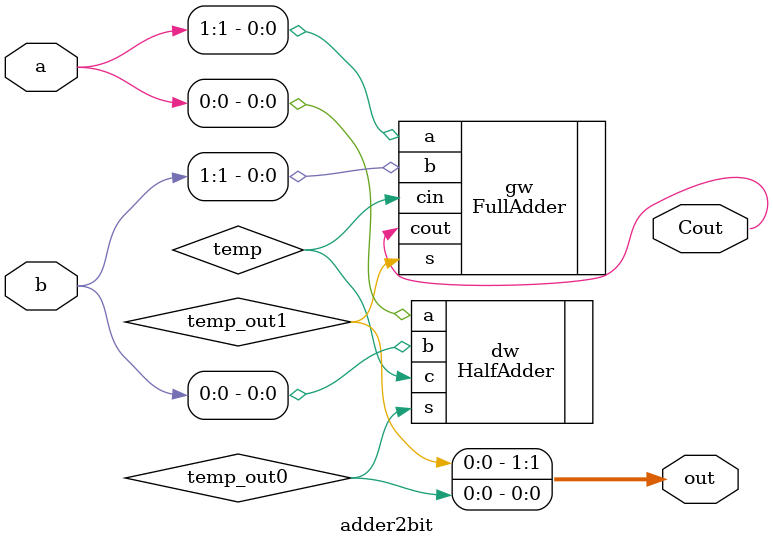
<source format=v>
module adder2bit(
    input           [1:0]         a,
    input           [1:0]         b,
    output     reg     [1:0]         out,
    output                        Cout
);
// Write your code here
wire temp,temp_out1,temp_out0;
HalfAdder dw(
    .a(a[0]),
    .b(b[0]),
    .s(temp_out0),
    .c(temp)
);
FullAdder gw(
    .a(a[1]),
    .b(b[1]),
    .cin(temp),
    .s(temp_out1),
    .cout(Cout)
);
always @(*) begin
    out[1]=temp_out1;
    out[0]=temp_out0;
end
// End of your code
endmodule
</source>
